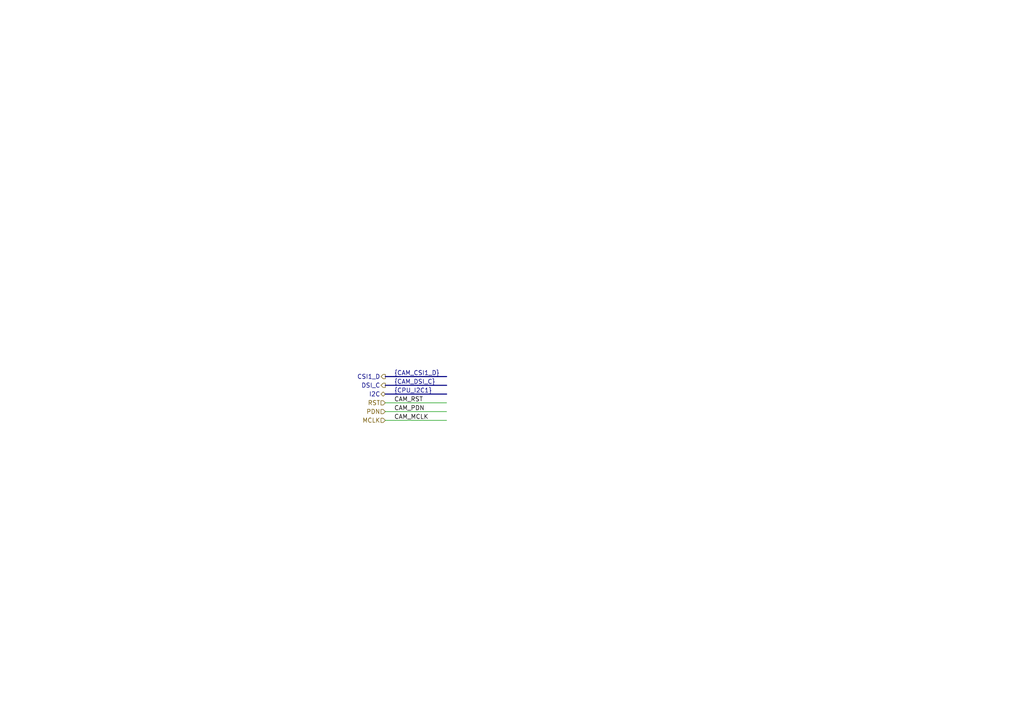
<source format=kicad_sch>
(kicad_sch
	(version 20250114)
	(generator "eeschema")
	(generator_version "9.0")
	(uuid "e40926e3-4c68-4792-aa5c-852f295255de")
	(paper "A4")
	(title_block
		(date "2026-01-14")
		(rev "1.0.0")
		(company "TickLab")
	)
	(lib_symbols)
	(bus_alias "CAM_CSI1_D"
		(members "CAM_CSI1_D0+" "CAM_CSI1_D0-" "CAM_CSI1_D1+" "CAM_CSI1_D1-" "CAM_CSI1_D2+"
			"CAM_CSI1_D2-" "CAM_CSI1_D3+" "CAM_CSI1_D3-"
		)
	)
	(bus_alias "CAM_DSI_C"
		(members "CAM_DSI_C+" "CAM_DSI_C-")
	)
	(bus_alias "CPU_I2C1"
		(members "CPU_I2C1_SDA" "CPU_I2C1_SCL")
	)
	(wire
		(pts
			(xy 111.76 121.92) (xy 129.54 121.92)
		)
		(stroke
			(width 0)
			(type default)
		)
		(uuid "1a85607c-1242-456d-93d4-a9ddd0012206")
	)
	(wire
		(pts
			(xy 111.76 116.84) (xy 129.54 116.84)
		)
		(stroke
			(width 0)
			(type default)
		)
		(uuid "226d9488-86d2-466e-9008-814b6b8d1cdf")
	)
	(bus
		(pts
			(xy 111.76 114.3) (xy 129.54 114.3)
		)
		(stroke
			(width 0)
			(type default)
		)
		(uuid "2e4b9631-edfe-4ec8-9afe-bc4144831cf8")
	)
	(bus
		(pts
			(xy 111.76 109.22) (xy 129.54 109.22)
		)
		(stroke
			(width 0)
			(type default)
		)
		(uuid "4dd2757b-30a8-4055-9db3-30c93bb9c3b1")
	)
	(bus
		(pts
			(xy 111.76 111.76) (xy 129.54 111.76)
		)
		(stroke
			(width 0)
			(type default)
		)
		(uuid "73a20c2e-4e1d-4423-8943-b81c3d570dcb")
	)
	(wire
		(pts
			(xy 111.76 119.38) (xy 129.54 119.38)
		)
		(stroke
			(width 0)
			(type default)
		)
		(uuid "bd532e3f-c6ce-4e84-a8d1-84be41f0b177")
	)
	(label "{CPU_I2C1}"
		(at 114.3 114.3 0)
		(effects
			(font
				(size 1.27 1.27)
			)
			(justify left bottom)
		)
		(uuid "1ca005f7-f3eb-46a0-b741-5c5f8109d681")
	)
	(label "{CAM_CSI1_D}"
		(at 114.3 109.22 0)
		(effects
			(font
				(size 1.27 1.27)
			)
			(justify left bottom)
		)
		(uuid "68caa4a9-4283-4d3f-abc4-1605fa6fd347")
	)
	(label "CAM_PDN"
		(at 114.3 119.38 0)
		(effects
			(font
				(size 1.27 1.27)
			)
			(justify left bottom)
		)
		(uuid "b3711024-3ce6-4475-b910-d4e0d0e51863")
	)
	(label "CAM_MCLK"
		(at 114.3 121.92 0)
		(effects
			(font
				(size 1.27 1.27)
			)
			(justify left bottom)
		)
		(uuid "cf0d8036-c419-4a59-aead-9cc77f834667")
	)
	(label "CAM_RST"
		(at 114.3 116.84 0)
		(effects
			(font
				(size 1.27 1.27)
			)
			(justify left bottom)
		)
		(uuid "d200d9d0-e2b0-4b79-87e7-d85a562f1032")
	)
	(label "{CAM_DSI_C}"
		(at 114.3 111.76 0)
		(effects
			(font
				(size 1.27 1.27)
			)
			(justify left bottom)
		)
		(uuid "e46e8080-df5b-4d62-81d0-c9e7739dc795")
	)
	(hierarchical_label "CSI1_D"
		(shape output)
		(at 111.76 109.22 180)
		(effects
			(font
				(size 1.27 1.27)
			)
			(justify right)
		)
		(uuid "043ebd2d-70dc-467e-8a25-d6329237a728")
	)
	(hierarchical_label "DSI_C"
		(shape output)
		(at 111.76 111.76 180)
		(effects
			(font
				(size 1.27 1.27)
			)
			(justify right)
		)
		(uuid "0bb9e31e-bd69-4128-8df3-9ad83bca962c")
	)
	(hierarchical_label "RST"
		(shape input)
		(at 111.76 116.84 180)
		(effects
			(font
				(size 1.27 1.27)
			)
			(justify right)
		)
		(uuid "1669bdab-54c6-4a6a-8e34-cff5bf5defc7")
	)
	(hierarchical_label "MCLK"
		(shape input)
		(at 111.76 121.92 180)
		(effects
			(font
				(size 1.27 1.27)
			)
			(justify right)
		)
		(uuid "17efd612-3e19-4183-82bf-24c520f8fc98")
	)
	(hierarchical_label "I2C"
		(shape bidirectional)
		(at 111.76 114.3 180)
		(effects
			(font
				(size 1.27 1.27)
			)
			(justify right)
		)
		(uuid "39e55122-50b9-4f43-9c9a-fd8d0852fe33")
	)
	(hierarchical_label "PDN"
		(shape input)
		(at 111.76 119.38 180)
		(effects
			(font
				(size 1.27 1.27)
			)
			(justify right)
		)
		(uuid "60202c68-ba95-4761-a88f-355fb503c6c1")
	)
)

</source>
